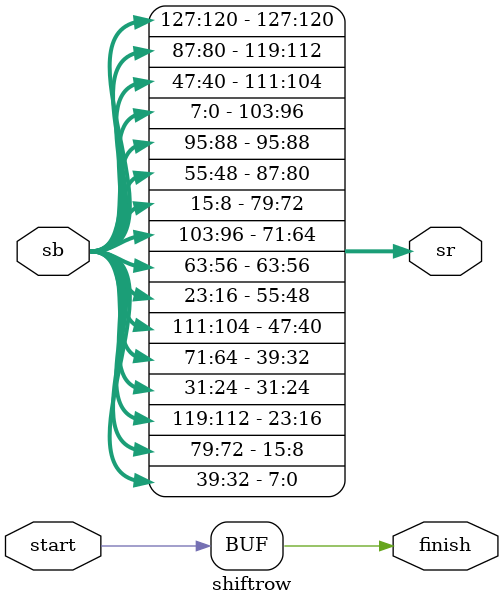
<source format=sv>
`timescale 1ns / 1ps

module shiftrow(start,sb,finish,sr);

input          start;
input [127:0]  sb;
output         finish;
output [127:0] sr;

assign         sr[127:120] = sb[127:120];  
assign         sr[119:112] = sb[87:80];
assign         sr[111:104] = sb[47:40];
assign         sr[103:96] = sb[7:0];
   
assign          sr[95:88] = sb[95:88];
assign          sr[87:80] = sb[55:48];
assign          sr[79:72] = sb[15:8];
assign          sr[71:64] = sb[103:96];
   
assign          sr[63:56] = sb[63:56];
assign          sr[55:48] = sb[23:16];
assign          sr[47:40] = sb[111:104];
assign          sr[39:32] = sb[71:64];
   
assign          sr[31:24] = sb[31:24];
assign          sr[23:16] = sb[119:112];
assign          sr[15:8] = sb[79:72];
assign          sr[7:0] = sb[39:32]; 

assign          finish = start;

endmodule

</source>
